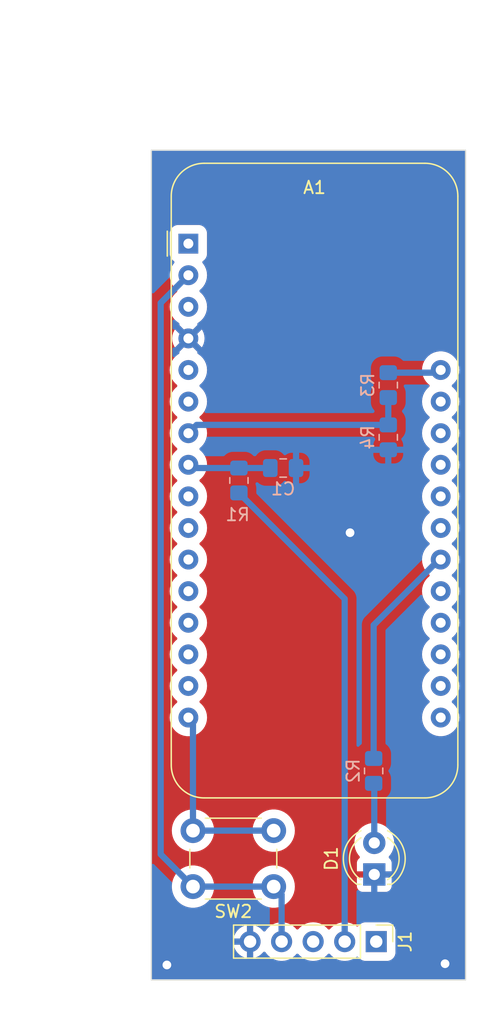
<source format=kicad_pcb>
(kicad_pcb (version 20221018) (generator pcbnew)
  (layers (0 "F.Cu" signal) (31 "B.Cu" signal) (34 "B.Paste" user) (35 "F.Paste" user) (36 "B.SilkS" user "B.Silkscreen") (37 "F.SilkS" user "F.Silkscreen") (38 "B.Mask" user) (39 "F.Mask" user) (44 "Edge.Cuts" user))
  (net 0 "")
  (net 21 "+3.3V")
  (net 22 "Earth")
  (net 23 "Bat_sense")
  (net 24 "Net-(A1-IO21)")
  (net 25 "Net-(A1-VBAT)")
  (net 26 "Net-(D1-A)")
  (net 28 "Net-(J1-Pin_2)")
  (net 31 "Net-(A1-A9{slash}IO33)")
  (net 32 "Net-(A1-I39{slash}A3)")
  (footprint "Connector_PinHeader_2.54mm:PinHeader_1x05_P2.54mm_Vertical" (layer "F.Cu") (at 137.3075 102.9224 -90)
    (fp_text reference "J1" (at 0 -2.33 90) (layer "F.SilkS"))
    (fp_text value "Mic connector")
    (fp_line (start -1.33 -1.33) (end 0 -1.33) (stroke (width 0.12)) (layer "F.SilkS"))
    (fp_line (start -1.33 0) (end -1.33 -1.33) (stroke (width 0.12)) (layer "F.SilkS"))
    (fp_line (start -1.33 1.27) (end -1.33 11.49) (stroke (width 0.12)) (layer "F.SilkS"))
    (fp_line (start -1.33 1.27) (end 1.33 1.27) (stroke (width 0.12)) (layer "F.SilkS"))
    (fp_line (start -1.33 11.49) (end 1.33 11.49) (stroke (width 0.12)) (layer "F.SilkS"))
    (fp_line (start 1.33 1.27) (end 1.33 11.49) (stroke (width 0.12)) (layer "F.SilkS"))
    (pad "1" thru_hole rect (at 0 0 270) (size 1.7 1.7) (drill 1) (layers "*.Cu" "*.Mask"))
    (pad "2" thru_hole oval (at 0 2.54 270) (size 1.7 1.7) (drill 1) (layers "*.Cu" "*.Mask") (net 28 "Net-(J1-Pin_2)"))
    (pad "3" thru_hole oval (at 0 5.08 270) (size 1.7 1.7) (drill 1) (layers "*.Cu" "*.Mask"))
    (pad "4" thru_hole oval (at 0 7.62 270) (size 1.7 1.7) (drill 1) (layers "*.Cu" "*.Mask") (net 21 "+3.3V"))
    (pad "5" thru_hole oval (at 0 10.16 270) (size 1.7 1.7) (drill 1) (layers "*.Cu" "*.Mask") (net 22 "Earth"))
  )
  (footprint "Module:Adafruit_Feather" (layer "F.Cu") (at 122.18 46.81)
    (fp_text reference "A1" (at 10.16 -4.51) (layer "F.SilkS"))
    (fp_text value "Adafruit_Feather_HUZZAH32_ESP32")
    (fp_line (start -1.7 1) (end -1.7 -1) (stroke (width 0.12)) (layer "F.SilkS"))
    (fp_line (start -1.38 -3.81) (end -1.38 41.91) (stroke (width 0.12)) (layer "F.SilkS"))
    (fp_line (start 19.05 -6.46) (end 1.27 -6.46) (stroke (width 0.12)) (layer "F.SilkS"))
    (fp_line (start 19.05 44.56) (end 1.27 44.56) (stroke (width 0.12)) (layer "F.SilkS"))
    (fp_line (start 21.7 -3.81) (end 21.7 41.91) (stroke (width 0.12)) (layer "F.SilkS"))
    (fp_arc (start -1.38 -3.81) (mid -0.603833 -5.683833) (end 1.27 -6.46) (stroke (width 0.12)) (layer "F.SilkS"))
    (fp_arc (start 1.27 44.56) (mid -0.603833 43.783833) (end -1.38 41.91) (stroke (width 0.12)) (layer "F.SilkS"))
    (fp_arc (start 19.05 -6.46) (mid 20.923833 -5.683833) (end 21.7 -3.81) (stroke (width 0.12)) (layer "F.SilkS"))
    (fp_arc (start 21.7 41.91) (mid 20.923833 43.783833) (end 19.05 44.56) (stroke (width 0.12)) (layer "F.SilkS"))
    (pad "1" thru_hole rect (at 0 0 180) (size 1.6 1.6) (drill 0.8) (layers "*.Cu" "*.Mask"))
    (pad "2" thru_hole circle (at 0 2.54 180) (size 1.6 1.6) (drill 0.8) (layers "*.Cu" "*.Mask") (net 21 "+3.3V"))
    (pad "3" thru_hole circle (at 0 5.08 180) (size 1.6 1.6) (drill 0.8) (layers "*.Cu" "*.Mask"))
    (pad "4" thru_hole circle (at 0 7.62 180) (size 1.6 1.6) (drill 0.8) (layers "*.Cu" "*.Mask") (net 22 "Earth"))
    (pad "5" thru_hole circle (at 0 10.16 180) (size 1.6 1.6) (drill 0.8) (layers "*.Cu" "*.Mask"))
    (pad "6" thru_hole circle (at 0 12.7 180) (size 1.6 1.6) (drill 0.8) (layers "*.Cu" "*.Mask"))
    (pad "7" thru_hole circle (at 0 15.24 180) (size 1.6 1.6) (drill 0.8) (layers "*.Cu" "*.Mask") (net 23 "Bat_sense"))
    (pad "8" thru_hole circle (at 0 17.78 180) (size 1.6 1.6) (drill 0.8) (layers "*.Cu" "*.Mask") (net 32 "Net-(A1-I39{slash}A3)"))
    (pad "9" thru_hole circle (at 0 20.32 180) (size 1.6 1.6) (drill 0.8) (layers "*.Cu" "*.Mask"))
    (pad "10" thru_hole circle (at 0 22.86 180) (size 1.6 1.6) (drill 0.8) (layers "*.Cu" "*.Mask"))
    (pad "11" thru_hole circle (at 0 25.4 180) (size 1.6 1.6) (drill 0.8) (layers "*.Cu" "*.Mask"))
    (pad "12" thru_hole circle (at 0 27.94 180) (size 1.6 1.6) (drill 0.8) (layers "*.Cu" "*.Mask"))
    (pad "13" thru_hole circle (at 0 30.48 180) (size 1.6 1.6) (drill 0.8) (layers "*.Cu" "*.Mask"))
    (pad "14" thru_hole circle (at 0 33.02 180) (size 1.6 1.6) (drill 0.8) (layers "*.Cu" "*.Mask"))
    (pad "15" thru_hole circle (at 0 35.56 180) (size 1.6 1.6) (drill 0.8) (layers "*.Cu" "*.Mask"))
    (pad "16" thru_hole circle (at 0 38.1 180) (size 1.6 1.6) (drill 0.8) (layers "*.Cu" "*.Mask") (net 24 "Net-(A1-IO21)"))
    (pad "17" thru_hole circle (at 20.32 38.1 180) (size 1.6 1.6) (drill 0.8) (layers "*.Cu" "*.Mask"))
    (pad "18" thru_hole circle (at 20.32 35.56 180) (size 1.6 1.6) (drill 0.8) (layers "*.Cu" "*.Mask"))
    (pad "19" thru_hole circle (at 20.32 33.02 180) (size 1.6 1.6) (drill 0.8) (layers "*.Cu" "*.Mask"))
    (pad "20" thru_hole circle (at 20.32 30.48 180) (size 1.6 1.6) (drill 0.8) (layers "*.Cu" "*.Mask"))
    (pad "21" thru_hole circle (at 20.32 27.94 180) (size 1.6 1.6) (drill 0.8) (layers "*.Cu" "*.Mask"))
    (pad "22" thru_hole circle (at 20.32 25.4 180) (size 1.6 1.6) (drill 0.8) (layers "*.Cu" "*.Mask") (net 31 "Net-(A1-A9{slash}IO33)"))
    (pad "23" thru_hole circle (at 20.32 22.86 180) (size 1.6 1.6) (drill 0.8) (layers "*.Cu" "*.Mask"))
    (pad "24" thru_hole circle (at 20.32 20.32 180) (size 1.6 1.6) (drill 0.8) (layers "*.Cu" "*.Mask"))
    (pad "25" thru_hole circle (at 20.32 17.78 180) (size 1.6 1.6) (drill 0.8) (layers "*.Cu" "*.Mask"))
    (pad "26" thru_hole circle (at 20.32 15.24 180) (size 1.6 1.6) (drill 0.8) (layers "*.Cu" "*.Mask"))
    (pad "27" thru_hole circle (at 20.32 12.7 180) (size 1.6 1.6) (drill 0.8) (layers "*.Cu" "*.Mask"))
    (pad "28" thru_hole circle (at 20.32 10.16 180) (size 1.6 1.6) (drill 0.8) (layers "*.Cu" "*.Mask") (net 25 "Net-(A1-VBAT)"))
  )
  (footprint "Button_Switch_THT:SW_PUSH_6mm_H5mm" (layer "F.Cu") (at 129.05 98.5 180)
    (fp_text reference "SW2" (at 3.25 -2) (layer "F.SilkS"))
    (fp_text value "SW_Push")
    (fp_line (start -0.25 1.5) (end -0.25 3) (stroke (width 0.12)) (layer "F.SilkS"))
    (fp_line (start 1 5.5) (end 5.5 5.5) (stroke (width 0.12)) (layer "F.SilkS"))
    (fp_line (start 5.5 -1) (end 1 -1) (stroke (width 0.12)) (layer "F.SilkS"))
    (fp_line (start 6.75 3) (end 6.75 1.5) (stroke (width 0.12)) (layer "F.SilkS"))
    (pad "1" thru_hole circle (at 0 0 270) (size 2 2) (drill 1.1) (layers "*.Cu" "*.Mask") (net 21 "+3.3V"))
    (pad "1" thru_hole circle (at 6.5 0 270) (size 2 2) (drill 1.1) (layers "*.Cu" "*.Mask") (net 21 "+3.3V"))
    (pad "2" thru_hole circle (at 0 4.5 270) (size 2 2) (drill 1.1) (layers "*.Cu" "*.Mask") (net 24 "Net-(A1-IO21)"))
    (pad "2" thru_hole circle (at 6.5 4.5 270) (size 2 2) (drill 1.1) (layers "*.Cu" "*.Mask") (net 24 "Net-(A1-IO21)"))
  )
  (footprint "LED_THT:LED_D4.0mm" (layer "F.Cu") (at 137.15 97.525 90)
    (fp_text reference "D1" (at 1.27 -3.46 90) (layer "F.SilkS"))
    (fp_text value "LED")
    (fp_line (start -0.79 -1.399) (end -0.79 -1.08) (stroke (width 0.12)) (layer "F.SilkS"))
    (fp_line (start -0.79 1.08) (end -0.79 1.399) (stroke (width 0.12)) (layer "F.SilkS"))
    (fp_arc (start -0.79 -1.398749) (mid 1.453519 -2.483228) (end 3.513242 -1.080724) (stroke (width 0.12)) (layer "F.SilkS"))
    (fp_arc (start -0.41333 -1.08) (mid 1.269429 -2) (end 2.952713 -1.080961) (stroke (width 0.12)) (layer "F.SilkS"))
    (fp_arc (start 2.952713 1.080961) (mid 1.269429 2) (end -0.41333 1.08) (stroke (width 0.12)) (layer "F.SilkS"))
    (fp_arc (start 3.513242 1.080724) (mid 1.453519 2.483228) (end -0.79 1.398749) (stroke (width 0.12)) (layer "F.SilkS"))
    (pad "1" thru_hole rect (at 0 0 90) (size 1.8 1.8) (drill 0.9) (layers "*.Cu" "*.Mask") (net 22 "Earth"))
    (pad "2" thru_hole circle (at 2.54 0 90) (size 1.8 1.8) (drill 0.9) (layers "*.Cu" "*.Mask") (net 26 "Net-(D1-A)"))
  )
  (footprint "Resistor_SMD:R_0805_2012Metric_Pad1.20x1.40mm_HandSolder" (layer "B.Cu") (at 138.2776 58.1848 -90)
    (fp_text reference "R3" (at 0 1.65 90) (layer "B.SilkS") (effects (justify mirror)))
    (fp_text value "100K")
    (fp_line (start -0.227064 -0.735) (end 0.227064 -0.735) (stroke (width 0.12)) (layer "B.SilkS"))
    (fp_line (start -0.227064 0.735) (end 0.227064 0.735) (stroke (width 0.12)) (layer "B.SilkS"))
    (pad "1" smd roundrect (at -1 0 270) (size 1.2 1.4) (layers "B.Cu" "B.Paste" "B.Mask") (roundrect_rratio 0.208333) (net 25 "Net-(A1-VBAT)"))
    (pad "2" smd roundrect (at 1 0 270) (size 1.2 1.4) (layers "B.Cu" "B.Paste" "B.Mask") (roundrect_rratio 0.208333) (net 23 "Bat_sense"))
  )
  (footprint "Resistor_SMD:R_0805_2012Metric_Pad1.20x1.40mm_HandSolder" (layer "B.Cu") (at 137.1 89.2 -90)
    (fp_text reference "R2" (at 0 1.65 90) (layer "B.SilkS") (effects (justify mirror)))
    (fp_text value "200")
    (fp_line (start -0.227064 -0.735) (end 0.227064 -0.735) (stroke (width 0.12)) (layer "B.SilkS"))
    (fp_line (start -0.227064 0.735) (end 0.227064 0.735) (stroke (width 0.12)) (layer "B.SilkS"))
    (pad "1" smd roundrect (at -1 0 270) (size 1.2 1.4) (layers "B.Cu" "B.Paste" "B.Mask") (roundrect_rratio 0.208333) (net 31 "Net-(A1-A9{slash}IO33)"))
    (pad "2" smd roundrect (at 1 0 270) (size 1.2 1.4) (layers "B.Cu" "B.Paste" "B.Mask") (roundrect_rratio 0.208333) (net 26 "Net-(D1-A)"))
  )
  (footprint "Capacitor_SMD:C_0805_2012Metric_Pad1.18x1.45mm_HandSolder" (layer "B.Cu") (at 129.8125 64.85)
    (fp_text reference "C1" (at 0 1.68) (layer "B.SilkS") (effects (justify mirror)))
    (fp_text value "100 nF")
    (fp_line (start -0.261252 -0.735) (end 0.261252 -0.735) (stroke (width 0.12)) (layer "B.SilkS"))
    (fp_line (start -0.261252 0.735) (end 0.261252 0.735) (stroke (width 0.12)) (layer "B.SilkS"))
    (pad "1" smd roundrect (at -1.0375 0) (size 1.175 1.45) (layers "B.Cu" "B.Paste" "B.Mask") (roundrect_rratio 0.212766) (net 32 "Net-(A1-I39{slash}A3)"))
    (pad "2" smd roundrect (at 1.0375 0) (size 1.175 1.45) (layers "B.Cu" "B.Paste" "B.Mask") (roundrect_rratio 0.212766) (net 22 "Earth"))
  )
  (footprint "Resistor_SMD:R_0805_2012Metric_Pad1.20x1.40mm_HandSolder" (layer "B.Cu") (at 126.25 65.85 90)
    (fp_text reference "R1" (at -2.75 -0.1 180) (layer "B.SilkS") (effects (justify mirror)))
    (fp_text value "160")
    (fp_line (start -0.227064 -0.735) (end 0.227064 -0.735) (stroke (width 0.12)) (layer "B.SilkS"))
    (fp_line (start -0.227064 0.735) (end 0.227064 0.735) (stroke (width 0.12)) (layer "B.SilkS"))
    (pad "1" smd roundrect (at -1 0 90) (size 1.2 1.4) (layers "B.Cu" "B.Paste" "B.Mask") (roundrect_rratio 0.208333) (net 28 "Net-(J1-Pin_2)"))
    (pad "2" smd roundrect (at 1 0 90) (size 1.2 1.4) (layers "B.Cu" "B.Paste" "B.Mask") (roundrect_rratio 0.208333) (net 32 "Net-(A1-I39{slash}A3)"))
  )
  (footprint "Resistor_SMD:R_0805_2012Metric_Pad1.20x1.40mm_HandSolder" (layer "B.Cu") (at 138.2776 62.3824 -90)
    (fp_text reference "R4" (at 0 1.65 90) (layer "B.SilkS") (effects (justify mirror)))
    (fp_text value "100K")
    (fp_line (start -0.227064 -0.735) (end 0.227064 -0.735) (stroke (width 0.12)) (layer "B.SilkS"))
    (fp_line (start -0.227064 0.735) (end 0.227064 0.735) (stroke (width 0.12)) (layer "B.SilkS"))
    (pad "1" smd roundrect (at -1 0 270) (size 1.2 1.4) (layers "B.Cu" "B.Paste" "B.Mask") (roundrect_rratio 0.208333) (net 23 "Bat_sense"))
    (pad "2" smd roundrect (at 1 0 270) (size 1.2 1.4) (layers "B.Cu" "B.Paste" "B.Mask") (roundrect_rratio 0.208333) (net 22 "Earth"))
  )
  (gr_rect (start 119.2 39.3) (end 144.5 106) (stroke (width 0.1)) (fill none) (layer "Edge.Cuts"))
  (segment (start 129.6875 102.9224) (end 129.6875 99.1375) (width 0.5) (layer "B.Cu") (net 21))
  (segment (start 129.6875 99.1375) (end 129.05 98.5) (width 0.5) (layer "B.Cu") (net 21))
  (segment (start 119.95 95.9) (end 122.55 98.5) (width 0.5) (layer "B.Cu") (net 21))
  (segment (start 119.95 51.58) (end 119.95 95.9) (width 0.5) (layer "B.Cu") (net 21))
  (segment (start 122.18 49.35) (end 119.95 51.58) (width 0.5) (layer "B.Cu") (net 21))
  (segment (start 122.55 98.5) (end 129.05 98.5) (width 0.5) (layer "B.Cu") (net 21))
  (via (at 135.2 70.05) (size 1.4) (drill 0.7) (layers "F.Cu" "B.Cu") (net 22))
  (via (at 120.45 104.8) (size 1.4) (drill 0.7) (layers "F.Cu" "B.Cu") (net 22))
  (via (at 142.85 104.7) (size 1.4) (drill 0.7) (layers "F.Cu" "B.Cu") (net 22))
  (segment (start 138.2776 61.3824) (end 122.8476 61.3824) (width 0.5) (layer "B.Cu") (net 23))
  (segment (start 138.2776 59.1848) (end 138.2776 61.3824) (width 0.5) (layer "B.Cu") (net 23))
  (segment (start 122.8476 61.3824) (end 122.18 62.05) (width 0.5) (layer "B.Cu") (net 23))
  (segment (start 122.55 94) (end 129.05 94) (width 0.5) (layer "B.Cu") (net 24))
  (segment (start 122.55 85.28) (end 122.18 84.91) (width 0.5) (layer "B.Cu") (net 24))
  (segment (start 122.55 94) (end 122.55 85.28) (width 0.5) (layer "B.Cu") (net 24))
  (segment (start 142.2852 57.1848) (end 142.5 56.97) (width 0.5) (layer "B.Cu") (net 25))
  (segment (start 138.2776 57.1848) (end 142.2852 57.1848) (width 0.5) (layer "B.Cu") (net 25))
  (segment (start 137.15 94.985) (end 137.15 90.25) (width 0.5) (layer "B.Cu") (net 26))
  (segment (start 137.15 90.25) (end 137.1 90.2) (width 0.5) (layer "B.Cu") (net 26))
  (segment (start 137.1 94.95) (end 137.15 95) (width 0.5) (layer "B.Cu") (net 26))
  (segment (start 134.7675 75.3675) (end 126.25 66.85) (width 0.5) (layer "B.Cu") (net 28))
  (segment (start 134.7675 102.9224) (end 134.7675 75.3675) (width 0.5) (layer "B.Cu") (net 28))
  (segment (start 137.1 88.2) (end 137.1 77.4792) (width 0.5) (layer "B.Cu") (net 31))
  (segment (start 137.1 77.4792) (end 142.3416 72.2376) (width 0.5) (layer "B.Cu") (net 31))
  (segment (start 128.775 64.85) (end 126.25 64.85) (width 0.5) (layer "B.Cu") (net 32))
  (segment (start 122.44 64.85) (end 122.18 64.59) (width 0.5) (layer "B.Cu") (net 32))
  (segment (start 126.25 64.85) (end 122.44 64.85) (width 0.5) (layer "B.Cu") (net 32))
  (zone (net 22) (net_name "Earth") (layers "F&B.Cu") (connect_pads (clearance 0.7)) (min_thickness 0.25) (fill yes (thermal_gap 0.5) (thermal_bridge_width 0.5))
    (polygon (pts (xy 107.6166 27.2746) (xy 146.25 27.2238) (xy 145.8214 109.4486) (xy 107.0102 109.5502) (xy 107.4166 38.0746)))
  )
)
</source>
